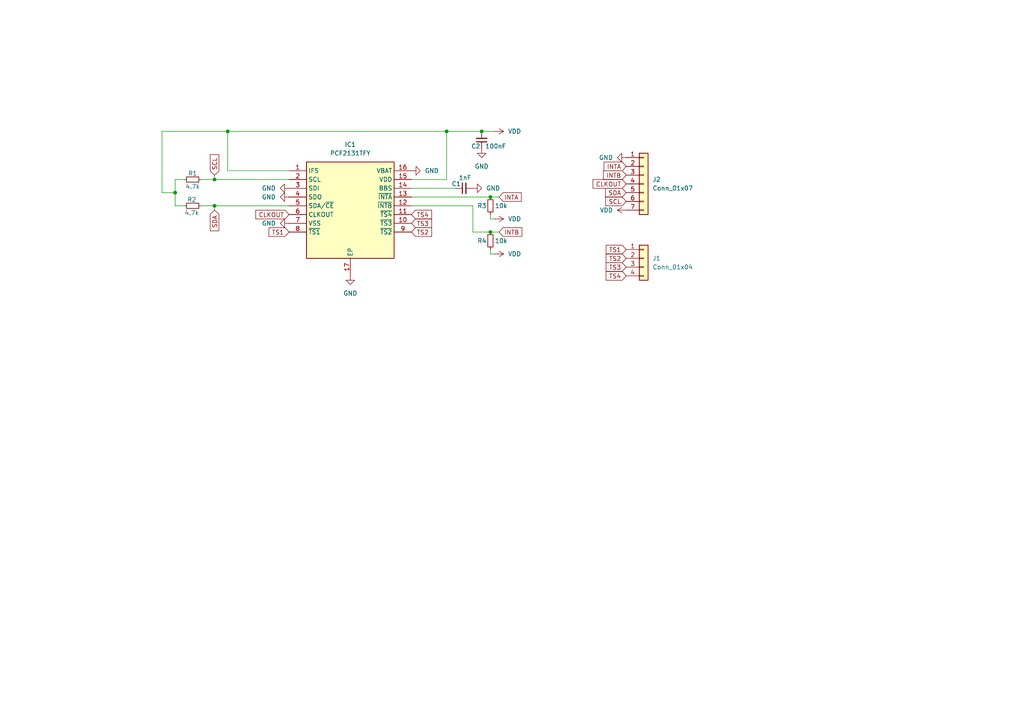
<source format=kicad_sch>
(kicad_sch (version 20231120) (generator "eeschema") (generator_version "8.0")
  (paper "A4")
  (lib_symbols
    (symbol "Connector_Generic:Conn_01x04" (pin_names (offset 1.016) hide)
      (property "Reference" "J" (at 0 5.08 0))
      (property "Value" "Conn_01x04" (at 0 -7.62 0))
      (symbol "Conn_01x04_1_1"
        (rectangle (start -1.27 -4.953) (end 0 -5.207) (stroke (width 0.1524)))
        (rectangle (start -1.27 -2.413) (end 0 -2.667) (stroke (width 0.1524)))
        (rectangle (start -1.27 0.127) (end 0 -0.127) (stroke (width 0.1524)))
        (rectangle (start -1.27 2.667) (end 0 2.413) (stroke (width 0.1524)))
        (rectangle (start -1.27 3.81) (end 1.27 -6.35) (stroke (width 0.254)) (fill (type background)))
        (pin passive line (at -5.08 2.54 0) (length 3.81) (name "Pin_1") (number "1"))
        (pin passive line (at -5.08 0 0) (length 3.81) (name "Pin_2") (number "2"))
        (pin passive line (at -5.08 -2.54 0) (length 3.81) (name "Pin_3") (number "3"))
        (pin passive line (at -5.08 -5.08 0) (length 3.81) (name "Pin_4") (number "4"))
      )
    )
    (symbol "Connector_Generic:Conn_01x07" (pin_names (offset 1.016) hide)
      (property "Reference" "J" (at 0 10.16 0))
      (property "Value" "Conn_01x07" (at 0 -10.16 0))
      (symbol "Conn_01x07_1_1"
        (rectangle (start -1.27 -7.493) (end 0 -7.747) (stroke (width 0.1524)))
        (rectangle (start -1.27 -4.953) (end 0 -5.207) (stroke (width 0.1524)))
        (rectangle (start -1.27 -2.413) (end 0 -2.667) (stroke (width 0.1524)))
        (rectangle (start -1.27 0.127) (end 0 -0.127) (stroke (width 0.1524)))
        (rectangle (start -1.27 2.667) (end 0 2.413) (stroke (width 0.1524)))
        (rectangle (start -1.27 5.207) (end 0 4.953) (stroke (width 0.1524)))
        (rectangle (start -1.27 7.747) (end 0 7.493) (stroke (width 0.1524)))
        (rectangle (start -1.27 8.89) (end 1.27 -8.89) (stroke (width 0.254)) (fill (type background)))
        (pin passive line (at -5.08 7.62 0) (length 3.81) (name "Pin_1") (number "1"))
        (pin passive line (at -5.08 5.08 0) (length 3.81) (name "Pin_2") (number "2"))
        (pin passive line (at -5.08 2.54 0) (length 3.81) (name "Pin_3") (number "3"))
        (pin passive line (at -5.08 0 0) (length 3.81) (name "Pin_4") (number "4"))
        (pin passive line (at -5.08 -2.54 0) (length 3.81) (name "Pin_5") (number "5"))
        (pin passive line (at -5.08 -5.08 0) (length 3.81) (name "Pin_6") (number "6"))
        (pin passive line (at -5.08 -7.62 0) (length 3.81) (name "Pin_7") (number "7"))
      )
    )
    (symbol "Device:C_Small" (pin_numbers hide) (pin_names (offset 0.254) hide)
      (property "Reference" "C" (at 0.254 1.778 0))
      (property "Value" "C_Small" (at 0.254 -2.032 0))
      (symbol "C_Small_0_1"
        (polyline (pts (xy -1.524 -0.508) (xy 1.524 -0.508)) (stroke (width 0.3302)))
        (polyline (pts (xy -1.524 0.508) (xy 1.524 0.508)) (stroke (width 0.3048)))
      )
      (symbol "C_Small_1_1"
        (pin passive line (at 0 2.54 270) (length 2.032) (name "~") (number "1"))
        (pin passive line (at 0 -2.54 90) (length 2.032) (name "~") (number "2"))
      )
    )
    (symbol "Device:R_Small" (pin_numbers hide) (pin_names (offset 0.254) hide)
      (property "Reference" "R" (at 0.762 0.508 0))
      (property "Value" "R_Small" (at 0.762 -1.016 0))
      (symbol "R_Small_0_1"
        (rectangle (start -0.762 1.778) (end 0.762 -1.778) (stroke (width 0.2032)))
      )
      (symbol "R_Small_1_1"
        (pin passive line (at 0 2.54 270) (length 0.762) (name "~") (number "1"))
        (pin passive line (at 0 -2.54 90) (length 0.762) (name "~") (number "2"))
      )
    )
    (symbol "PCF2131TFY:PCF2131TFY"
      (property "Reference" "IC" (at 31.75 7.62 0))
      (property "Value" "PCF2131TFY" (at 31.75 5.08 0))
      (symbol "PCF2131TFY_1_1"
        (rectangle (start 5.08 2.54) (end 30.48 -25.4) (stroke (width 0.254)) (fill (type background)))
        (pin passive line (at 0 0 0) (length 5.08) (name "IFS") (number "1"))
        (pin passive line (at 35.56 -15.24 180) (length 5.08) (name "~{TS3}") (number "10"))
        (pin passive line (at 35.56 -12.7 180) (length 5.08) (name "~{TS4}") (number "11"))
        (pin passive line (at 35.56 -10.16 180) (length 5.08) (name "~{INTB}") (number "12"))
        (pin passive line (at 35.56 -7.62 180) (length 5.08) (name "~{INTA}") (number "13"))
        (pin passive line (at 35.56 -5.08 180) (length 5.08) (name "BBS") (number "14"))
        (pin passive line (at 35.56 -2.54 180) (length 5.08) (name "VDD") (number "15"))
        (pin passive line (at 35.56 0 180) (length 5.08) (name "VBAT") (number "16"))
        (pin passive line (at 17.78 -30.48 90) (length 5.08) (name "EP") (number "17"))
        (pin passive line (at 0 -2.54 0) (length 5.08) (name "SCL") (number "2"))
        (pin passive line (at 0 -5.08 0) (length 5.08) (name "SDI") (number "3"))
        (pin passive line (at 0 -7.62 0) (length 5.08) (name "SDO") (number "4"))
        (pin passive line (at 0 -10.16 0) (length 5.08) (name "SDA/~{CE}") (number "5"))
        (pin passive line (at 0 -12.7 0) (length 5.08) (name "CLKOUT") (number "6"))
        (pin passive line (at 0 -15.24 0) (length 5.08) (name "VSS") (number "7"))
        (pin passive line (at 0 -17.78 0) (length 5.08) (name "~{TS1}") (number "8"))
        (pin passive line (at 35.56 -17.78 180) (length 5.08) (name "~{TS2}") (number "9"))
      )
    )
    (symbol "power:GND" (power) (pin_numbers hide) (pin_names (offset 0) hide)
      (property "Value" "GND" (at 0 -3.81 0))
      (symbol "GND_0_1"
        (polyline (pts (xy 0 0) (xy 0 -1.27) (xy 1.27 -1.27) (xy 0 -2.54) (xy -1.27 -1.27) (xy 0 -1.27)))
      )
      (symbol "GND_1_1"
        (pin power_in line (at 0 0 270) (length 0) (name "~") (number "1"))
      )
    )
    (symbol "power:VDD" (power) (pin_numbers hide) (pin_names (offset 0) hide)
      (property "Value" "VDD" (at 0 3.556 0))
      (symbol "VDD_0_1"
        (polyline (pts (xy -0.762 1.27) (xy 0 2.54)))
        (polyline (pts (xy 0 0) (xy 0 2.54)))
        (polyline (pts (xy 0 2.54) (xy 0.762 1.27)))
      )
      (symbol "VDD_1_1"
        (pin power_in line (at 0 0 90) (length 0) (name "~") (number "1"))
      )
    )
  )
  (junction (at 62.23 52.07))
  (junction (at 129.54 38.1))
  (junction (at 50.8 55.88))
  (junction (at 142.24 67.31))
  (junction (at 139.7 38.1))
  (junction (at 62.23 59.69))
  (junction (at 142.24 57.15))
  (junction (at 66.04 38.1))
  (wire (pts (xy 119.38 54.61) (xy 132.08 54.61)))
  (wire (pts (xy 129.54 38.1) (xy 139.7 38.1)))
  (wire (pts (xy 119.38 59.69) (xy 137.16 59.69)))
  (wire (pts (xy 142.24 62.23) (xy 142.24 63.5)))
  (wire (pts (xy 50.8 52.07) (xy 50.8 55.88)))
  (wire (pts (xy 142.24 67.31) (xy 144.78 67.31)))
  (wire (pts (xy 66.04 38.1) (xy 66.04 49.53)))
  (wire (pts (xy 129.54 38.1) (xy 66.04 38.1)))
  (wire (pts (xy 142.24 73.66) (xy 143.51 73.66)))
  (wire (pts (xy 142.24 72.39) (xy 142.24 73.66)))
  (wire (pts (xy 119.38 52.07) (xy 129.54 52.07)))
  (wire (pts (xy 119.38 57.15) (xy 142.24 57.15)))
  (wire (pts (xy 46.99 55.88) (xy 50.8 55.88)))
  (wire (pts (xy 58.42 52.07) (xy 62.23 52.07)))
  (wire (pts (xy 50.8 52.07) (xy 53.34 52.07)))
  (wire (pts (xy 142.24 57.15) (xy 144.78 57.15)))
  (wire (pts (xy 62.23 50.8) (xy 62.23 52.07)))
  (wire (pts (xy 50.8 59.69) (xy 53.34 59.69)))
  (wire (pts (xy 50.8 55.88) (xy 50.8 59.69)))
  (wire (pts (xy 129.54 52.07) (xy 129.54 38.1)))
  (wire (pts (xy 62.23 60.96) (xy 62.23 59.69)))
  (wire (pts (xy 143.51 63.5) (xy 142.24 63.5)))
  (wire (pts (xy 62.23 59.69) (xy 83.82 59.69)))
  (wire (pts (xy 58.42 59.69) (xy 62.23 59.69)))
  (wire (pts (xy 46.99 38.1) (xy 46.99 55.88)))
  (wire (pts (xy 66.04 49.53) (xy 83.82 49.53)) (stroke (width 0.1194)))
  (wire (pts (xy 62.23 52.07) (xy 83.82 52.07)))
  (wire (pts (xy 137.16 67.31) (xy 142.24 67.31)))
  (wire (pts (xy 143.51 38.1) (xy 139.7 38.1)))
  (wire (pts (xy 66.04 38.1) (xy 46.99 38.1)))
  (wire (pts (xy 137.16 59.69) (xy 137.16 67.31)))
  (global_label "INTA" (shape input) (at 144.78 57.15 0) (property "Intersheetrefs" "${INTERSHEET_REFS}" (effects (hide yes))))
  (global_label "SDA" (shape input) (at 62.23 60.96 270) (property "Intersheetrefs" "${INTERSHEET_REFS}" (effects (hide yes))))
  (global_label "TS4" (shape input) (at 181.61 80.01 180) (property "Intersheetrefs" "${INTERSHEET_REFS}" (effects (hide yes))))
  (global_label "SDA" (shape input) (at 181.61 55.88 180) (property "Intersheetrefs" "${INTERSHEET_REFS}" (effects (hide yes))))
  (global_label "TS2" (shape input) (at 119.38 67.31 0) (property "Intersheetrefs" "${INTERSHEET_REFS}" (effects (hide yes))))
  (global_label "TS4" (shape input) (at 119.38 62.23 0) (property "Intersheetrefs" "${INTERSHEET_REFS}" (effects (hide yes))))
  (global_label "TS1" (shape input) (at 181.61 72.39 180) (property "Intersheetrefs" "${INTERSHEET_REFS}" (effects (hide yes))))
  (global_label "SCL" (shape input) (at 62.23 50.8 90) (property "Intersheetrefs" "${INTERSHEET_REFS}" (effects (hide yes))))
  (global_label "CLKOUT" (shape input) (at 83.82 62.23 180) (property "Intersheetrefs" "${INTERSHEET_REFS}" (effects (hide yes))))
  (global_label "TS3" (shape input) (at 181.61 77.47 180) (property "Intersheetrefs" "${INTERSHEET_REFS}" (effects (hide yes))))
  (global_label "TS3" (shape input) (at 119.38 64.77 0) (property "Intersheetrefs" "${INTERSHEET_REFS}" (effects (hide yes))))
  (global_label "INTB" (shape input) (at 181.61 50.8 180) (property "Intersheetrefs" "${INTERSHEET_REFS}" (effects (hide yes))))
  (global_label "TS1" (shape input) (at 83.82 67.31 180) (property "Intersheetrefs" "${INTERSHEET_REFS}" (effects (hide yes))))
  (global_label "CLKOUT" (shape input) (at 181.61 53.34 180) (property "Intersheetrefs" "${INTERSHEET_REFS}" (effects (hide yes))))
  (global_label "INTB" (shape input) (at 144.78 67.31 0) (property "Intersheetrefs" "${INTERSHEET_REFS}" (effects (hide yes))))
  (global_label "SCL" (shape input) (at 181.61 58.42 180) (property "Intersheetrefs" "${INTERSHEET_REFS}" (effects (hide yes))))
  (global_label "INTA" (shape input) (at 181.61 48.26 180) (property "Intersheetrefs" "${INTERSHEET_REFS}" (effects (hide yes))))
  (global_label "TS2" (shape input) (at 181.61 74.93 180) (property "Intersheetrefs" "${INTERSHEET_REFS}" (effects (hide yes))))
  (symbol (lib_id "power:GND") (at 83.82 64.77 270) (unit 1)
    (property "Reference" "#PWR04" (effects (hide yes)))
    (property "Value" "GND" (at 80.01 64.7699 90) (effects (justify right)))
    (property "Description" "Power symbol creates a global label with name \"GND\" , ground" (effects (hide yes)))
  )
  (symbol (lib_id "Device:R_Small") (at 55.88 59.69 90) (unit 1)
    (property "Reference" "R2" (at 55.626 57.912 90))
    (property "Value" "4.7k" (at 55.626 61.722 90))
    (property "Footprint" "Resistor_SMD:R_0603_1608Metric_Pad0.98x0.95mm_HandSolder" (effects (hide yes)))
    (property "Description" "Resistor, small symbol" (effects (hide yes)))
  )
  (symbol (lib_id "power:GND") (at 119.38 49.53 90) (unit 1)
    (property "Reference" "#PWR01" (effects (hide yes)))
    (property "Value" "GND" (at 123.19 49.5299 90) (effects (justify right)))
    (property "Description" "Power symbol creates a global label with name \"GND\" , ground" (effects (hide yes)))
  )
  (symbol (lib_id "power:VDD") (at 181.61 60.96 90) (unit 1)
    (property "Reference" "#PWR012" (effects (hide yes)))
    (property "Value" "VDD" (at 177.8 60.9599 90) (effects (justify left)))
    (property "Description" "Power symbol creates a global label with name \"VDD\"" (effects (hide yes)))
  )
  (symbol (lib_id "power:GND") (at 83.82 57.15 270) (unit 1)
    (property "Reference" "#PWR03" (effects (hide yes)))
    (property "Value" "GND" (at 80.01 57.1499 90) (effects (justify right)))
    (property "Description" "Power symbol creates a global label with name \"GND\" , ground" (effects (hide yes)))
  )
  (symbol (lib_id "power:GND") (at 101.6 80.01 0) (unit 1)
    (property "Reference" "#PWR05" (effects (hide yes)))
    (property "Value" "GND" (at 101.6 85.09 0))
    (property "Description" "Power symbol creates a global label with name \"GND\" , ground" (effects (hide yes)))
  )
  (symbol (lib_id "power:GND") (at 181.61 45.72 270) (unit 1)
    (property "Reference" "#PWR011" (effects (hide yes)))
    (property "Value" "GND" (at 177.8 45.7199 90) (effects (justify right)))
    (property "Description" "Power symbol creates a global label with name \"GND\" , ground" (effects (hide yes)))
  )
  (symbol (lib_id "power:GND") (at 139.7 43.18 0) (unit 1)
    (property "Reference" "#PWR09" (effects (hide yes)))
    (property "Value" "GND" (at 139.7 48.26 0))
    (property "Description" "Power symbol creates a global label with name \"GND\" , ground" (effects (hide yes)))
  )
  (symbol (lib_id "Connector_Generic:Conn_01x07") (at 186.69 53.34 0) (unit 1)
    (property "Reference" "J2" (at 189.23 52.0699 0) (effects (justify left)))
    (property "Value" "Conn_01x07" (at 189.23 54.6099 0) (effects (justify left)))
    (property "Footprint" "Connector_PinHeader_2.54mm:PinHeader_1x07_P2.54mm_Horizontal" (effects (hide yes)))
    (property "Description" "Generic connector, single row, 01x07, script generated (kicad-library-utils/schlib/autogen/connector/)" (effects (hide yes)))
  )
  (symbol (lib_id "Device:R_Small") (at 55.88 52.07 90) (unit 1)
    (property "Reference" "R1" (at 55.88 50.292 90))
    (property "Value" "4.7k" (at 55.88 54.102 90))
    (property "Footprint" "Resistor_SMD:R_0603_1608Metric_Pad0.98x0.95mm_HandSolder" (effects (hide yes)))
    (property "Description" "Resistor, small symbol" (effects (hide yes)))
  )
  (symbol (lib_id "Device:C_Small") (at 134.62 54.61 90) (unit 1)
    (property "Reference" "C1" (at 132.334 53.34 90))
    (property "Value" "1nF" (at 134.874 51.562 90))
    (property "Footprint" "Capacitor_SMD:C_0603_1608Metric_Pad1.08x0.95mm_HandSolder" (effects (hide yes)))
    (property "Description" "Unpolarized capacitor, small symbol" (effects (hide yes)))
  )
  (symbol (lib_id "power:GND") (at 83.82 54.61 270) (unit 1)
    (property "Reference" "#PWR02" (effects (hide yes)))
    (property "Value" "GND" (at 80.01 54.6099 90) (effects (justify right)))
    (property "Description" "Power symbol creates a global label with name \"GND\" , ground" (effects (hide yes)))
  )
  (symbol (lib_id "power:VDD") (at 143.51 73.66 270) (unit 1)
    (property "Reference" "#PWR08" (effects (hide yes)))
    (property "Value" "VDD" (at 147.32 73.6599 90) (effects (justify left)))
    (property "Description" "Power symbol creates a global label with name \"VDD\"" (effects (hide yes)))
  )
  (symbol (lib_id "power:VDD") (at 143.51 63.5 270) (unit 1)
    (property "Reference" "#PWR07" (effects (hide yes)))
    (property "Value" "VDD" (at 147.32 63.4999 90) (effects (justify left)))
    (property "Description" "Power symbol creates a global label with name \"VDD\"" (effects (hide yes)))
  )
  (symbol (lib_id "Connector_Generic:Conn_01x04") (at 186.69 74.93 0) (unit 1)
    (property "Reference" "J1" (at 189.23 74.9299 0) (effects (justify left)))
    (property "Value" "Conn_01x04" (at 189.23 77.4699 0) (effects (justify left)))
    (property "Footprint" "Connector_PinHeader_2.54mm:PinHeader_2x02_P2.54mm_Vertical" (effects (hide yes)))
    (property "Description" "Generic connector, single row, 01x04, script generated (kicad-library-utils/schlib/autogen/connector/)" (effects (hide yes)))
  )
  (symbol (lib_id "power:VDD") (at 143.51 38.1 270) (unit 1)
    (property "Reference" "#PWR010" (effects (hide yes)))
    (property "Value" "VDD" (at 147.32 38.0999 90) (effects (justify left)))
    (property "Description" "Power symbol creates a global label with name \"VDD\"" (effects (hide yes)))
  )
  (symbol (lib_id "PCF2131TFY:PCF2131TFY") (at 83.82 49.53 0) (unit 1)
    (property "Reference" "IC1" (at 101.6 41.91 0))
    (property "Value" "PCF2131TFY" (at 101.6 44.45 0))
    (property "Footprint" "PCF2131TFY:SON50P350X450X150-17N-D" (effects (hide yes)))
    (property "Datasheet" "https://www.nxp.com/docs/en/data-sheet/PCF2131DS.pdf" (effects (hide yes)))
    (property "Description" "Real Time Clock Accurate RTC with integrated quartz crystal for industrial applications" (effects (hide yes)))
    (property "Height" "1.5" (effects (hide yes)))
    (property "Manufacturer_Name" "NXP" (effects (hide yes)))
    (property "Manufacturer_Part_Number" "PCF2131TFY" (effects (hide yes)))
    (property "Mouser Part Number" "771-PCF2131TFY" (effects (hide yes)))
    (property "Mouser Price/Stock" "https://www.mouser.co.uk/ProductDetail/NXP-Semiconductors/PCF2131TFY?qs=QNEnbhJQKvbnVL67jlWDOg%3D%3D" (effects (hide yes)))
    (property "Arrow Part Number" "PCF2131TFY" (effects (hide yes)))
    (property "Arrow Price/Stock" "https://www.arrow.com/en/products/pcf2131tfy/nxp-semiconductors?region=nac" (effects (hide yes)))
  )
  (symbol (lib_id "Device:R_Small") (at 142.24 69.85 0) (unit 1)
    (property "Reference" "R4" (at 138.43 69.85 0) (effects (justify left)))
    (property "Value" "10k" (at 143.51 69.85 0) (effects (justify left)))
    (property "Footprint" "Resistor_SMD:R_0603_1608Metric_Pad0.98x0.95mm_HandSolder" (effects (hide yes)))
    (property "Description" "Resistor, small symbol" (effects (hide yes)))
  )
  (symbol (lib_id "Device:C_Small") (at 139.7 40.64 180) (unit 1)
    (property "Reference" "C2" (at 136.652 42.418 0) (effects (justify right)))
    (property "Value" "100nF" (at 140.716 42.418 0) (effects (justify right)))
    (property "Footprint" "Capacitor_SMD:C_0603_1608Metric_Pad1.08x0.95mm_HandSolder" (effects (hide yes)))
    (property "Description" "Unpolarized capacitor, small symbol" (effects (hide yes)))
  )
  (symbol (lib_id "power:GND") (at 137.16 54.61 90) (unit 1)
    (property "Reference" "#PWR06" (effects (hide yes)))
    (property "Value" "GND" (at 140.97 54.6099 90) (effects (justify right)))
    (property "Description" "Power symbol creates a global label with name \"GND\" , ground" (effects (hide yes)))
  )
  (symbol (lib_id "Device:R_Small") (at 142.24 59.69 0) (unit 1)
    (property "Reference" "R3" (at 138.43 59.69 0) (effects (justify left)))
    (property "Value" "10k" (at 143.51 59.69 0) (effects (justify left)))
    (property "Footprint" "Resistor_SMD:R_0603_1608Metric_Pad0.98x0.95mm_HandSolder" (effects (hide yes)))
    (property "Description" "Resistor, small symbol" (effects (hide yes)))
  )
)
</source>
